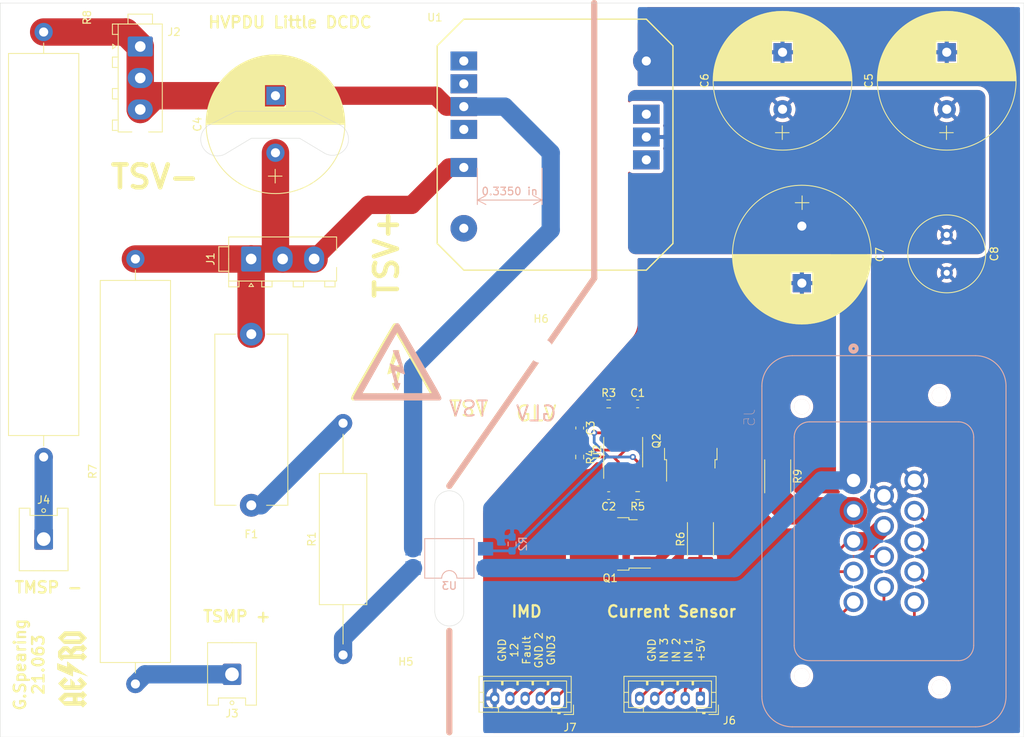
<source format=kicad_pcb>
(kicad_pcb (version 20171130) (host pcbnew 5.1.7-a382d34a8~88~ubuntu18.04.1)
  (layers (0 F.Cu signal) (31 B.Cu signal) (34 B.Paste user) (35 F.Paste user) (36 B.SilkS user) (37 F.SilkS user) (38 B.Mask user) (39 F.Mask user) (44 Edge.Cuts user))
  (net 0 "")
  (net 1 GND)
  (net 2 "Net-(C1-Pad1)")
  (net 3 /TSAL_on_HVPDU/pass)
  (net 4 VCC)
  (net 5 /TSV-)
  (net 6 /TSV+)
  (net 7 /+DCDC_OUT)
  (net 8 /TSAL_TSV+)
  (net 9 /TSV+_TSMP)
  (net 10 /TSV-_TSMP)
  (net 11 /GND_Electric)
  (net 12 /GND_Chassis)
  (net 13 GNDREF)
  (net 14 /INPUT2)
  (net 15 /INPUT1)
  (net 16 +5V)
  (net 17 /Fault_IND)
  (net 18 +12V)
  (net 19 "Net-(Q1-Pad2)")
  (net 20 "Net-(Q1-Pad1)")
  (net 21 /RED_ON_GND)
  (net 22 "Net-(R1-Pad1)")
  (net 23 "Net-(R3-Pad2)")
  (net 24 /TSAL_on_HVPDU/555_OUT)
  (net 25 /INPUT3)
  (net 26 "Net-(Q2-Pad2)")
  (module AERO_CUSTOM:AERO_Logo_10x4mm (layer F.Cu) (at 80.645 113.03 90)
    (fp_text reference G*** hide)
    (fp_text value LOGO hide)
  )
  (module AERO_Logo:hv_big (layer B.Cu) (at 123.825 78.105 180)
    (fp_text reference Ref** hide)
    (fp_text value Val** hide)
  )
  (module AERO_Logo:hv_big (layer F.Cu) (at 122.555 78.105)
    (fp_text reference Ref** hide)
    (fp_text value Val** hide)
  )
  (module Resistor_SMD:R_2512_6332Metric_Pad1.40x3.35mm_HandSolder (layer F.Cu) (at 173.355 87.63 270)
    (fp_text reference R9 (at 0 -2.62 90) (layer F.SilkS))
    (fp_text value 1.0)
    (pad 2 smd roundrect (at 3.05 0 270) (size 1.4 3.35) (layers F.Cu F.Paste F.Mask) (roundrect_rratio 0.1785707142857143) (net 21 /RED_ON_GND))
    (pad 1 smd roundrect (at -3.05 0 270) (size 1.4 3.35) (layers F.Cu F.Paste F.Mask) (roundrect_rratio 0.1785707142857143) (net 26 "Net-(Q2-Pad2)"))
  )
  (module AERO_CUSTOM:EPM1510SJ (layer F.Cu) (at 132.08 33.02)
    (fp_text reference U1 (at -3.81 -5.715) (layer F.SilkS))
    (fp_text value EPM1510SJ)
    (pad 8 thru_hole rect (at 0 0) (size 3.5 2.5) (drill 1.2) (layers *.Cu *.Mask))
    (pad 14 thru_hole custom (at 0 22) (size 3.5 3.5) (drill 1.2) (layers *.Cu *.Mask) (options (clearance outline) (anchor circle)) (primitives))
    (pad 9 thru_hole rect (at 0 3) (size 3.5 2.5) (drill 1.2) (layers *.Cu *.Mask))
    (pad 10 thru_hole rect (at 0 6) (size 3.5 2.5) (drill 1.2) (layers *.Cu *.Mask) (net 5 /TSV-))
    (pad 11 thru_hole rect (at 0 9) (size 3.5 2.5) (drill 1.2) (layers *.Cu *.Mask))
    (pad 12 thru_hole rect (at 0 14) (size 3.5 2.5) (drill 1.2) (layers *.Cu *.Mask) (net 6 /TSV+))
    (pad 7 thru_hole custom (at 24 0) (size 3.5 3.5) (drill 1.2) (layers *.Cu *.Mask) (net 1 GND) (options (clearance outline) (anchor circle)) (primitives))
    (pad 6 thru_hole rect (at 24 7) (size 3.5 2.5) (drill 1.2) (layers *.Cu *.Mask))
    (pad 5 thru_hole rect (at 24 10) (size 3.5 2.5) (drill 1.2) (layers *.Cu *.Mask) (net 7 /+DCDC_OUT))
    (pad 4 thru_hole rect (at 24 13) (size 3.5 2.5) (drill 1.2) (layers *.Cu *.Mask))
  )
  (module AERO_CUSTOM:TE_1-776262-1_14pin_Vertical (layer B.Cu) (at 187.325 96.17 270)
    (fp_text reference J5 (at -16.2708 17.6691 90) (layer B.SilkS) (effects (font (size 1.40128 1.40128) (thickness 0.05)) (justify mirror)))
    (fp_text value Conn_01x14 hide)
    (pad Hole np_thru_hole circle (at 19.2 -7.3 270) (size 2 2) (drill 2) (layers *.Cu *.Mask B.SilkS))
    (pad Hole np_thru_hole circle (at -19.2 -7.3 270) (size 2 2) (drill 2) (layers *.Cu *.Mask B.SilkS))
    (pad Hole np_thru_hole circle (at 17.7 10.8 270) (size 2 2) (drill 2) (layers *.Cu *.Mask B.SilkS))
    (pad Hole np_thru_hole circle (at -17.7 10.8 270) (size 2 2) (drill 2) (layers *.Cu *.Mask B.SilkS))
    (pad 14 thru_hole circle (at 8 -4 270) (size 2.625 2.625) (drill 1.75) (layers *.Cu *.Mask) (net 25 /INPUT3))
    (pad 13 thru_hole circle (at 4 -4 270) (size 2.625 2.625) (drill 1.75) (layers *.Cu *.Mask) (net 14 /INPUT2))
    (pad 12 thru_hole circle (at 0 -4 270) (size 2.625 2.625) (drill 1.75) (layers *.Cu *.Mask) (net 15 /INPUT1))
    (pad 11 thru_hole circle (at -4 -4 270) (size 2.625 2.625) (drill 1.75) (layers *.Cu *.Mask) (net 16 +5V))
    (pad 10 thru_hole circle (at -8 -4 270) (size 2.625 2.625) (drill 1.75) (layers *.Cu *.Mask) (net 1 GND))
    (pad 9 thru_hole circle (at 6 0 270) (size 2.625 2.625) (drill 1.75) (layers *.Cu *.Mask) (net 13 GNDREF))
    (pad 8 thru_hole circle (at 2 0 270) (size 2.625 2.625) (drill 1.75) (layers *.Cu *.Mask) (net 17 /Fault_IND))
    (pad 7 thru_hole circle (at -2 0 270) (size 2.625 2.625) (drill 1.75) (layers *.Cu *.Mask) (net 18 +12V))
    (pad 6 thru_hole circle (at -6 0 270) (size 2.625 2.625) (drill 1.75) (layers *.Cu *.Mask) (net 1 GND))
    (pad 5 thru_hole circle (at 8 4 270) (size 2.625 2.625) (drill 1.75) (layers *.Cu *.Mask) (net 11 /GND_Electric))
    (pad 4 thru_hole circle (at 4 4 270) (size 2.625 2.625) (drill 1.75) (layers *.Cu *.Mask) (net 12 /GND_Chassis))
    (pad 3 thru_hole circle (at 0 4 270) (size 2.625 2.625) (drill 1.75) (layers *.Cu *.Mask) (net 18 +12V))
    (pad 2 thru_hole circle (at -4 4 270) (size 2.625 2.625) (drill 1.75) (layers *.Cu *.Mask) (net 21 /RED_ON_GND))
    (pad 1 thru_hole rect (at -8 4 270) (size 2.625 2.625) (drill 1.75) (layers *.Cu *.Mask) (net 7 /+DCDC_OUT))
  )
  (module Package_DIP:SMDIP-4_W9.53mm (layer B.Cu) (at 130.175 98.425)
    (fp_text reference U3 (at 0 3.6) (layer B.SilkS) (effects (justify mirror)))
    (fp_text value LTV-817S)
    (pad 4 smd rect (at 4.765 1.27) (size 2 1.78) (layers B.Cu B.Paste B.Mask) (net 7 /+DCDC_OUT))
    (pad 2 smd rect (at -4.765 -1.27) (size 2 1.78) (layers B.Cu B.Paste B.Mask) (net 5 /TSV-))
    (pad 3 smd rect (at 4.765 -1.27) (size 2 1.78) (layers B.Cu B.Paste B.Mask) (net 4 VCC))
    (pad 1 smd rect (at -4.765 1.27) (size 2 1.78) (layers B.Cu B.Paste B.Mask) (net 22 "Net-(R1-Pad1)"))
  )
  (module Package_SO:SOIC-8_3.9x4.9mm_P1.27mm (layer F.Cu) (at 153.035 84.455 90)
    (fp_text reference U2 (at 0 -3.4 90) (layer F.SilkS))
    (fp_text value LM555)
    (pad 8 smd roundrect (at 2.475 -1.905 90) (size 1.95 0.6) (layers F.Cu F.Paste F.Mask) (net 4 VCC))
    (pad 7 smd roundrect (at 2.475 -0.635 90) (size 1.95 0.6) (layers F.Cu F.Paste F.Mask) (net 23 "Net-(R3-Pad2)"))
    (pad 6 smd roundrect (at 2.475 0.635 90) (size 1.95 0.6) (layers F.Cu F.Paste F.Mask) (net 3 /TSAL_on_HVPDU/pass))
    (pad 5 smd roundrect (at 2.475 1.905 90) (size 1.95 0.6) (layers F.Cu F.Paste F.Mask) (net 2 "Net-(C1-Pad1)"))
    (pad 4 smd roundrect (at -2.475 1.905 90) (size 1.95 0.6) (layers F.Cu F.Paste F.Mask) (net 4 VCC))
    (pad 3 smd roundrect (at -2.475 0.635 90) (size 1.95 0.6) (layers F.Cu F.Paste F.Mask) (net 24 /TSAL_on_HVPDU/555_OUT))
    (pad 2 smd roundrect (at -2.475 -0.635 90) (size 1.95 0.6) (layers F.Cu F.Paste F.Mask) (net 3 /TSAL_on_HVPDU/pass))
    (pad 1 smd roundrect (at -2.475 -1.905 90) (size 1.95 0.6) (layers F.Cu F.Paste F.Mask) (net 1 GND))
  )
  (module Resistor_THT:R_Axial_Power_L50.0mm_W9.0mm_P55.88mm (layer F.Cu) (at 76.835 85.09 90)
    (fp_text reference R8 (at 57.785 5.715 90) (layer F.SilkS))
    (fp_text value 10k)
    (pad 2 thru_hole oval (at 55.88 0 90) (size 2.4 2.4) (drill 1.2) (layers *.Cu *.Mask) (net 5 /TSV-))
    (pad 1 thru_hole circle (at 0 0 90) (size 2.4 2.4) (drill 1.2) (layers *.Cu *.Mask) (net 10 /TSV-_TSMP))
  )
  (module Resistor_THT:R_Axial_Power_L50.0mm_W9.0mm_P55.88mm (layer F.Cu) (at 88.9 114.935 90)
    (fp_text reference R7 (at 27.94 -5.62 90) (layer F.SilkS))
    (fp_text value 10k)
    (pad 2 thru_hole oval (at 55.88 0 90) (size 2.4 2.4) (drill 1.2) (layers *.Cu *.Mask) (net 6 /TSV+))
    (pad 1 thru_hole circle (at 0 0 90) (size 2.4 2.4) (drill 1.2) (layers *.Cu *.Mask) (net 9 /TSV+_TSMP))
  )
  (module Resistor_SMD:R_2512_6332Metric_Pad1.40x3.35mm_HandSolder (layer F.Cu) (at 163.195 95.885 90)
    (fp_text reference R6 (at 0 -2.62 90) (layer F.SilkS))
    (fp_text value 0.75)
    (pad 2 smd roundrect (at 3.05 0 90) (size 1.4 3.35) (layers F.Cu F.Paste F.Mask) (roundrect_rratio 0.1785707142857143) (net 20 "Net-(Q1-Pad1)"))
    (pad 1 smd roundrect (at -3.05 0 90) (size 1.4 3.35) (layers F.Cu F.Paste F.Mask) (roundrect_rratio 0.1785707142857143) (net 1 GND))
  )
  (module Resistor_SMD:R_0603_1608Metric_Pad0.98x0.95mm_HandSolder (layer F.Cu) (at 154.94 90.17 180)
    (fp_text reference R5 (at 0 -1.43) (layer F.SilkS))
    (fp_text value 10k)
    (pad 2 smd roundrect (at 0.9125 0 180) (size 0.975 0.95) (layers F.Cu F.Paste F.Mask) (net 24 /TSAL_on_HVPDU/555_OUT))
    (pad 1 smd roundrect (at -0.9125 0 180) (size 0.975 0.95) (layers F.Cu F.Paste F.Mask) (net 19 "Net-(Q1-Pad2)"))
  )
  (module Resistor_SMD:R_0603_1608Metric_Pad0.98x0.95mm_HandSolder (layer F.Cu) (at 147.32 85.09 270)
    (fp_text reference R4 (at 0 -1.43 90) (layer F.SilkS))
    (fp_text value 235k)
    (pad 2 smd roundrect (at 0.9125 0 270) (size 0.975 0.95) (layers F.Cu F.Paste F.Mask) (net 3 /TSAL_on_HVPDU/pass))
    (pad 1 smd roundrect (at -0.9125 0 270) (size 0.975 0.95) (layers F.Cu F.Paste F.Mask) (net 23 "Net-(R3-Pad2)"))
  )
  (module Resistor_SMD:R_0603_1608Metric_Pad0.98x0.95mm_HandSolder (layer F.Cu) (at 151.13 78.105)
    (fp_text reference R3 (at 0 -1.43) (layer F.SilkS))
    (fp_text value 100k)
    (pad 2 smd roundrect (at 0.9125 0) (size 0.975 0.95) (layers F.Cu F.Paste F.Mask) (net 23 "Net-(R3-Pad2)"))
    (pad 1 smd roundrect (at -0.9125 0) (size 0.975 0.95) (layers F.Cu F.Paste F.Mask) (net 4 VCC))
  )
  (module Resistor_SMD:R_0603_1608Metric_Pad0.98x0.95mm_HandSolder (layer B.Cu) (at 138.43 96.52 90)
    (fp_text reference R2 (at 0 1.43 90) (layer B.SilkS) (effects (justify mirror)))
    (fp_text value 10k)
    (pad 2 smd roundrect (at 0.9125 0 90) (size 0.975 0.95) (layers B.Cu B.Paste B.Mask) (net 1 GND))
    (pad 1 smd roundrect (at -0.9125 0 90) (size 0.975 0.95) (layers B.Cu B.Paste B.Mask) (net 4 VCC))
  )
  (module Resistor_THT:R_Axial_DIN0617_L17.0mm_D6.0mm_P30.48mm_Horizontal (layer F.Cu) (at 116.205 111.125 90)
    (fp_text reference R1 (at 15.24 -4.12 90) (layer F.SilkS))
    (fp_text value 39k)
    (pad 2 thru_hole oval (at 30.48 0 90) (size 2.4 2.4) (drill 1.2) (layers *.Cu *.Mask) (net 8 /TSAL_TSV+))
    (pad 1 thru_hole circle (at 0 0 90) (size 2.4 2.4) (drill 1.2) (layers *.Cu *.Mask) (net 22 "Net-(R1-Pad1)"))
  )
  (module Package_TO_SOT_SMD:TO-252-3_TabPin2 (layer F.Cu) (at 161.925 82.975 90)
    (fp_text reference Q2 (at 0 -4.5 90) (layer F.SilkS))
    (fp_text value 040N03LG)
    (pad 2 smd rect (at 2.1 0 90) (size 6.4 5.8) (layers F.Cu F.Mask) (net 26 "Net-(Q2-Pad2)"))
    (pad 3 smd rect (at -4.2 2.28 90) (size 2.2 1.2) (layers F.Cu F.Paste F.Mask) (net 20 "Net-(Q1-Pad1)"))
    (pad 2 smd rect (at -4.2 0 90) (size 2.2 1.2) (layers F.Cu F.Paste F.Mask) (net 26 "Net-(Q2-Pad2)"))
    (pad 1 smd rect (at -4.2 -2.28 90) (size 2.2 1.2) (layers F.Cu F.Paste F.Mask) (net 19 "Net-(Q1-Pad2)"))
  )
  (module Package_TO_SOT_SMD:TO-252-3_TabPin2 (layer F.Cu) (at 151.325 96.52 180)
    (fp_text reference Q1 (at 0 -4.5) (layer F.SilkS))
    (fp_text value 040N03LG)
    (pad 2 smd rect (at 2.1 0 180) (size 6.4 5.8) (layers F.Cu F.Mask) (net 19 "Net-(Q1-Pad2)"))
    (pad 3 smd rect (at -4.2 2.28 180) (size 2.2 1.2) (layers F.Cu F.Paste F.Mask) (net 1 GND))
    (pad 2 smd rect (at -4.2 0 180) (size 2.2 1.2) (layers F.Cu F.Paste F.Mask) (net 19 "Net-(Q1-Pad2)"))
    (pad 1 smd rect (at -4.2 -2.28 180) (size 2.2 1.2) (layers F.Cu F.Paste F.Mask) (net 20 "Net-(Q1-Pad1)"))
  )
  (module Connector_JST:JST_PH_B5B-PH-K_1x05_P2.00mm_Vertical (layer F.Cu) (at 144.145 116.84 180)
    (fp_text reference J7 (at -1.905 -3.81) (layer F.SilkS))
    (fp_text value Conn_01x05)
    (pad 5 thru_hole oval (at 8 0 180) (size 1.2 1.75) (drill 0.75) (layers *.Cu *.Mask) (net 1 GND))
    (pad 4 thru_hole oval (at 6 0 180) (size 1.2 1.75) (drill 0.75) (layers *.Cu *.Mask) (net 18 +12V))
    (pad 3 thru_hole oval (at 4 0 180) (size 1.2 1.75) (drill 0.75) (layers *.Cu *.Mask) (net 17 /Fault_IND))
    (pad 2 thru_hole oval (at 2 0 180) (size 1.2 1.75) (drill 0.75) (layers *.Cu *.Mask) (net 12 /GND_Chassis))
    (pad 1 thru_hole roundrect (at 0 0 180) (size 1.2 1.75) (drill 0.75) (layers *.Cu *.Mask) (roundrect_rratio 0.2083325) (net 11 /GND_Electric))
  )
  (module Connector_JST:JST_PH_B5B-PH-K_1x05_P2.00mm_Vertical (layer F.Cu) (at 163.195 116.84 180)
    (fp_text reference J6 (at -3.81 -2.9) (layer F.SilkS))
    (fp_text value Conn_01x05)
    (pad 5 thru_hole oval (at 8 0 180) (size 1.2 1.75) (drill 0.75) (layers *.Cu *.Mask) (net 13 GNDREF))
    (pad 4 thru_hole oval (at 6 0 180) (size 1.2 1.75) (drill 0.75) (layers *.Cu *.Mask) (net 25 /INPUT3))
    (pad 3 thru_hole oval (at 4 0 180) (size 1.2 1.75) (drill 0.75) (layers *.Cu *.Mask) (net 14 /INPUT2))
    (pad 2 thru_hole oval (at 2 0 180) (size 1.2 1.75) (drill 0.75) (layers *.Cu *.Mask) (net 15 /INPUT1))
    (pad 1 thru_hole roundrect (at 0 0 180) (size 1.2 1.75) (drill 0.75) (layers *.Cu *.Mask) (roundrect_rratio 0.2083325) (net 16 +5V))
  )
  (module Connector_Hirose:Hirose_DF63M-1P-3.96DSA_1x01_P3.96mm_Vertical (layer F.Cu) (at 76.835 95.885)
    (fp_text reference J4 (at 0 -5.15) (layer F.SilkS))
    (fp_text value DF22)
    (pad "" np_thru_hole circle (at -1.5 3.25) (size 1.6 1.6) (drill 1.6) (layers *.Cu *.Mask))
    (pad 1 thru_hole roundrect (at 0 0) (size 2.46 2.8) (drill 1.8) (layers *.Cu *.Mask) (roundrect_rratio 0.1016256097560976) (net 10 /TSV-_TSMP))
  )
  (module Connector_Hirose:Hirose_DF63M-1P-3.96DSA_1x01_P3.96mm_Vertical (layer F.Cu) (at 101.6 113.665 180)
    (fp_text reference J3 (at 0 -5.15) (layer F.SilkS))
    (fp_text value DF22)
    (pad "" np_thru_hole circle (at -1.5 3.25 180) (size 1.6 1.6) (drill 1.6) (layers *.Cu *.Mask))
    (pad 1 thru_hole roundrect (at 0 0 180) (size 2.46 2.8) (drill 1.8) (layers *.Cu *.Mask) (roundrect_rratio 0.1016256097560976) (net 9 /TSV+_TSMP))
  )
  (module Connector_TE-Connectivity:TE_MATE-N-LOK_1-770870-x_1x03_P4.14mm_Vertical (layer F.Cu) (at 89.535 31.115)
    (fp_text reference J2 (at 4.445 -1.905) (layer F.SilkS))
    (fp_text value TE_Connector)
    (pad "" np_thru_hole circle (at 0 12.72) (size 3.18 3.18) (drill 3.18) (layers *.Cu *.Mask))
    (pad 3 thru_hole oval (at 0 8.28) (size 3.3 2.64) (drill 1.4) (layers *.Cu *.Mask) (net 5 /TSV-))
    (pad 2 thru_hole oval (at 0 4.14) (size 3.3 2.64) (drill 1.4) (layers *.Cu *.Mask) (net 5 /TSV-))
    (pad 1 thru_hole roundrect (at 0 0) (size 3.3 2.64) (drill 1.4) (layers *.Cu *.Mask) (roundrect_rratio 0.0946969696969697) (net 5 /TSV-))
  )
  (module Connector_TE-Connectivity:TE_MATE-N-LOK_1-770870-x_1x03_P4.14mm_Vertical (layer F.Cu) (at 104.12 59.055 90)
    (fp_text reference J1 (at 0 -5.34 90) (layer F.SilkS))
    (fp_text value TE_Connector)
    (pad "" np_thru_hole circle (at 0 12.72 90) (size 3.18 3.18) (drill 3.18) (layers *.Cu *.Mask))
    (pad 3 thru_hole oval (at 0 8.28 90) (size 3.3 2.64) (drill 1.4) (layers *.Cu *.Mask) (net 6 /TSV+))
    (pad 2 thru_hole oval (at 0 4.14 90) (size 3.3 2.64) (drill 1.4) (layers *.Cu *.Mask) (net 6 /TSV+))
    (pad 1 thru_hole roundrect (at 0 0 90) (size 3.3 2.64) (drill 1.4) (layers *.Cu *.Mask) (roundrect_rratio 0.0946969696969697) (net 6 /TSV+))
  )
  (module MountingHole:MountingHole_3.2mm_M3 (layer F.Cu) (at 142.24 71.12)
    (fp_text reference H6 (at 0 -4.2) (layer F.SilkS))
    (fp_text value M3)
    (pad 1 np_thru_hole circle (at 0 0) (size 3.2 3.2) (drill 3.2) (layers *.Cu *.Mask))
  )
  (module MountingHole:MountingHole_3.2mm_M3 (layer F.Cu) (at 124.46 116.205)
    (fp_text reference H5 (at 0 -4.2) (layer F.SilkS))
    (fp_text value M3)
    (pad 1 np_thru_hole circle (at 0 0) (size 3.2 3.2) (drill 3.2) (layers *.Cu *.Mask))
  )
  (module AERO_CUSTOM:Fuseholder_Cylinder-5x20mm_Schurter_0031_8201_Horizontal_Open_3d (layer F.Cu) (at 104.14 91.44 90)
    (fp_text reference F1 (at -3.81 0) (layer F.SilkS))
    (fp_text value 0ADK-2.5A)
    (pad 1 thru_hole circle (at 0 0 90) (size 3 3) (drill 1.3) (layers *.Cu *.Mask) (net 8 /TSAL_TSV+))
    (pad 2 thru_hole circle (at 22.5 0 90) (size 3 3) (drill 1.3) (layers *.Cu *.Mask) (net 6 /TSV+))
    (pad "" np_thru_hole circle (at 11.25 0 90) (size 2.7 2.7) (drill 2.7) (layers *.Cu *.Mask))
  )
  (module Capacitor_THT:C_Radial_D10.0mm_H12.5mm_P5.00mm (layer F.Cu) (at 195.58 55.88 270)
    (fp_text reference C8 (at 2.5 -6.25 90) (layer F.SilkS))
    (fp_text value "0.1uF 50V")
    (pad 2 thru_hole circle (at 5 0 270) (size 1.6 1.6) (drill 0.8) (layers *.Cu *.Mask) (net 1 GND))
    (pad 1 thru_hole circle (at 0 0 270) (size 1.6 1.6) (drill 0.8) (layers *.Cu *.Mask) (net 7 /+DCDC_OUT))
  )
  (module AERO_CUSTOM:CAP_18x25_NICH (layer F.Cu) (at 176.53 54.73 270)
    (fp_text reference C7 (at 3.75 -10.25 90) (layer F.SilkS))
    (fp_text value "47uF 25V")
    (pad 2 thru_hole rect (at 7.5 0 270) (size 2.4 2.4) (drill 1.2) (layers *.Cu *.Mask) (net 1 GND))
    (pad 1 thru_hole circle (at 0 0 270) (size 2.4 2.4) (drill 1.2) (layers *.Cu *.Mask) (net 7 /+DCDC_OUT))
  )
  (module AERO_CUSTOM:CAP_18x25_NICH (layer F.Cu) (at 173.99 39.37 90)
    (fp_text reference C6 (at 3.75 -10.25 90) (layer F.SilkS))
    (fp_text value "330uF 25V")
    (pad 2 thru_hole rect (at 7.5 0 90) (size 2.4 2.4) (drill 1.2) (layers *.Cu *.Mask) (net 1 GND))
    (pad 1 thru_hole circle (at 0 0 90) (size 2.4 2.4) (drill 1.2) (layers *.Cu *.Mask) (net 7 /+DCDC_OUT))
  )
  (module AERO_CUSTOM:CAP_18x25_NICH (layer F.Cu) (at 195.58 39.37 90)
    (fp_text reference C5 (at 3.75 -10.25 90) (layer F.SilkS))
    (fp_text value "330uF 25V")
    (pad 2 thru_hole rect (at 7.5 0 90) (size 2.4 2.4) (drill 1.2) (layers *.Cu *.Mask) (net 1 GND))
    (pad 1 thru_hole circle (at 0 0 90) (size 2.4 2.4) (drill 1.2) (layers *.Cu *.Mask) (net 7 /+DCDC_OUT))
  )
  (module AERO_CUSTOM:CAP_18x25_NICH (layer F.Cu) (at 107.315 45.085 90)
    (fp_text reference C4 (at 3.75 -10.25 90) (layer F.SilkS))
    (fp_text value "33uF 450V")
    (pad 2 thru_hole rect (at 7.5 0 90) (size 2.4 2.4) (drill 1.2) (layers *.Cu *.Mask) (net 5 /TSV-))
    (pad 1 thru_hole circle (at 0 0 90) (size 2.4 2.4) (drill 1.2) (layers *.Cu *.Mask) (net 6 /TSV+))
  )
  (module Capacitor_SMD:C_0603_1608Metric_Pad1.08x0.95mm_HandSolder (layer F.Cu) (at 147.32 81.28 270)
    (fp_text reference C3 (at 0 -1.43 90) (layer F.SilkS))
    (fp_text value 0.1u)
    (pad 2 smd roundrect (at 0.8625 0 270) (size 1.075 0.95) (layers F.Cu F.Paste F.Mask) (net 1 GND))
    (pad 1 smd roundrect (at -0.8625 0 270) (size 1.075 0.95) (layers F.Cu F.Paste F.Mask) (net 4 VCC))
  )
  (module Capacitor_SMD:C_0603_1608Metric_Pad1.08x0.95mm_HandSolder (layer F.Cu) (at 151.13 90.17 180)
    (fp_text reference C2 (at 0 -1.43) (layer F.SilkS))
    (fp_text value 1u)
    (pad 2 smd roundrect (at 0.8625 0 180) (size 1.075 0.95) (layers F.Cu F.Paste F.Mask) (net 1 GND))
    (pad 1 smd roundrect (at -0.8625 0 180) (size 1.075 0.95) (layers F.Cu F.Paste F.Mask) (net 3 /TSAL_on_HVPDU/pass))
  )
  (module Capacitor_SMD:C_0603_1608Metric_Pad1.08x0.95mm_HandSolder (layer F.Cu) (at 154.94 78.105)
    (fp_text reference C1 (at 0 -1.43) (layer F.SilkS))
    (fp_text value 0.1u)
    (pad 2 smd roundrect (at 0.8625 0) (size 1.075 0.95) (layers F.Cu F.Paste F.Mask) (net 1 GND))
    (pad 1 smd roundrect (at -0.8625 0) (size 1.075 0.95) (layers F.Cu F.Paste F.Mask) (net 2 "Net-(C1-Pad1)"))
  )
  (gr_text "GND\nIN 3\nIN 2\nIN 1\n+5V" (at 160.02 110.49 90) (layer F.SilkS) (effects (font (size 1 1))))
  (gr_text "GND\n12\nFault\nGND 2\nGND3" (at 140.335 110.49 90) (layer F.SilkS) (effects (font (size 1 1))))
  (gr_text "Current Sensor" (at 159.385 105.41) (layer F.SilkS) (effects (font (size 1.5 1.5) (thickness 0.3))))
  (gr_text IMD (at 140.335 105.41) (layer F.SilkS) (effects (font (size 1.5 1.5) (thickness 0.3))))
  (gr_text "TMSP -" (at 77.47 102.235) (layer F.SilkS) (effects (font (size 1.5 1.5) (thickness 0.3))))
  (gr_text "TSMP +" (at 102.235 106.045) (layer F.SilkS) (effects (font (size 1.5 1.5) (thickness 0.3))))
  (gr_text "G.Spearing\n21.063" (at 74.93 112.395 90) (layer F.SilkS) (effects (font (size 1.5 1.5) (thickness 0.3))))
  (gr_text "HVPDU Little DCDC" (at 109.22 27.94) (layer F.SilkS) (effects (font (size 1.5 1.5) (thickness 0.3))))
  (gr_line (start 130.175 107.95) (end 130.175 121.285) (layer B.SilkS) (width 0.8))
  (gr_line (start 149.225 25.4) (end 149.225 61.595) (layer B.SilkS) (width 0.8))
  (gr_line (start 130.175 88.9) (end 149.225 61.595) (layer B.SilkS) (width 0.8))
  (gr_text GLV (at 141.605 79.375) (layer B.SilkS) (effects (font (size 2 2) (thickness 0.25)) (justify mirror)))
  (gr_text TSV (at 132.715 78.74) (layer B.SilkS) (effects (font (size 2 2) (thickness 0.25)) (justify mirror)))
  (gr_text GLV (at 141.605 79.375) (layer F.SilkS) (effects (font (size 2 2) (thickness 0.25))))
  (gr_text TSV (at 132.715 78.74) (layer F.SilkS) (effects (font (size 2 2) (thickness 0.25))))
  (gr_line (start 149.225 61.595) (end 149.225 25.4) (layer F.SilkS) (width 0.8))
  (gr_line (start 130.175 88.9) (end 149.225 61.595) (layer F.SilkS) (width 0.8))
  (gr_line (start 130.175 121.285) (end 130.175 107.95) (layer F.SilkS) (width 0.8))
  (gr_text TSV- (at 91.44 48.26) (layer F.SilkS) (effects (font (size 3 3) (thickness 0.6))))
  (gr_text TSV+ (at 121.92 58.42 90) (layer F.SilkS) (effects (font (size 3 3) (thickness 0.6))))
  (dimension 8.509 (width 0.12) (layer B.SilkS) (gr_text "8.509 mm" (at 138.1125 52.577999) (layer B.SilkS) (effects (font (size 1 1) (thickness 0.15)))) (feature1 (pts (xy 142.367 47.117) (xy 142.367 51.89442))) (feature2 (pts (xy 133.858 47.117) (xy 133.858 51.89442))) (crossbar (pts (xy 133.858 51.307999) (xy 142.367 51.307999))) (arrow1a (pts (xy 142.367 51.307999) (xy 141.240496 51.89442))) (arrow1b (pts (xy 142.367 51.307999) (xy 141.240496 50.721578))) (arrow2a (pts (xy 133.858 51.307999) (xy 134.984504 51.89442))) (arrow2b (pts (xy 133.858 51.307999) (xy 134.984504 50.721578))))
  (gr_line (start 102.108 39.624) (end 98.409852 41.539921) (layer Edge.Cuts) (width 0.05))
  (gr_arc (start 99.679851 43.31792) (end 98.409852 41.539921) (angle -180.4896956) (layer Edge.Cuts) (width 0.05))
  (gr_line (start 115.895489 41.494517) (end 112.268 39.624) (layer Edge.Cuts) (width 0.05))
  (gr_arc (start 114.808 43.307) (end 113.665001 45.084999) (angle -181.7714697) (layer Edge.Cuts) (width 0.05))
  (gr_line (start 102.616 39.624) (end 102.108 39.624) (layer Edge.Cuts) (width 0.05))
  (gr_line (start 112.268 39.624) (end 102.616 39.624) (layer Edge.Cuts) (width 0.05))
  (gr_line (start 110.49 43.18) (end 113.665 45.085) (layer Edge.Cuts) (width 0.05))
  (gr_line (start 104.14 43.18) (end 110.49 43.18) (layer Edge.Cuts) (width 0.05))
  (gr_line (start 100.965 45.085) (end 104.14 43.18) (layer Edge.Cuts) (width 0.05))
  (gr_arc (start 130.175 91.44) (end 132.08 91.44) (angle -180) (layer Edge.Cuts) (width 0.05))
  (gr_arc (start 130.175 105.41) (end 128.27 105.41) (angle -180) (layer Edge.Cuts) (width 0.05))
  (gr_line (start 132.08 91.44) (end 132.08 105.41) (layer Edge.Cuts) (width 0.05))
  (gr_line (start 128.27 105.41) (end 128.27 91.44) (layer Edge.Cuts) (width 0.05))
  (gr_line (start 71.12 25.4) (end 205.74 25.4) (layer Edge.Cuts) (width 0.05))
  (gr_line (start 71.12 121.92) (end 71.12 25.4) (layer Edge.Cuts) (width 0.05))
  (gr_line (start 205.74 121.92) (end 71.12 121.92) (layer Edge.Cuts) (width 0.05))
  (gr_line (start 205.74 25.4) (end 205.74 121.92) (layer Edge.Cuts) (width 0.05))
  (segment (start 154.0775 78.105) (end 154.0775 79.1475) (width 0.36) (layer F.Cu) (net 2))
  (segment (start 154.94 80.01) (end 154.94 81.98) (width 0.36) (layer F.Cu) (net 2))
  (segment (start 154.0775 79.1475) (end 154.94 80.01) (width 0.36) (layer F.Cu) (net 2))
  (segment (start 147.32 86.0025) (end 148.3125 86.0025) (width 0.36) (layer F.Cu) (net 3))
  (segment (start 148.3125 86.0025) (end 149.225 85.09) (width 0.36) (layer F.Cu) (net 3))
  (segment (start 149.225 85.09) (end 151.765 85.09) (width 0.36) (layer F.Cu) (net 3))
  (segment (start 152.4 85.725) (end 152.4 86.93) (width 0.36) (layer F.Cu) (net 3))
  (segment (start 151.765 85.09) (end 152.4 85.725) (width 0.36) (layer F.Cu) (net 3))
  (segment (start 151.765 85.09) (end 152.4 85.09) (width 0.36) (layer F.Cu) (net 3))
  (segment (start 153.67 83.82) (end 153.67 81.98) (width 0.36) (layer F.Cu) (net 3))
  (segment (start 152.4 85.09) (end 153.67 83.82) (width 0.36) (layer F.Cu) (net 3))
  (segment (start 152.4 89.7625) (end 151.9925 90.17) (width 0.36) (layer F.Cu) (net 3))
  (segment (start 152.4 86.93) (end 152.4 89.7625) (width 0.36) (layer F.Cu) (net 3))
  (segment (start 154.94 86.93) (end 154.94 85.725) (width 0.36) (layer F.Cu) (net 4))
  (via (at 154.305 85.09) (size 0.8) (drill 0.4) (layers F.Cu B.Cu) (net 4))
  (segment (start 154.94 85.725) (end 154.305 85.09) (width 0.36) (layer F.Cu) (net 4))
  (segment (start 154.305 85.09) (end 151.13 85.09) (width 0.36) (layer B.Cu) (net 4))
  (segment (start 151.13 85.09) (end 149.86 83.82) (width 0.36) (layer B.Cu) (net 4))
  (via (at 149.225 81.915) (size 0.8) (drill 0.4) (layers F.Cu B.Cu) (net 4))
  (segment (start 149.86 83.82) (end 149.225 83.185) (width 0.36) (layer B.Cu) (net 4))
  (segment (start 149.225 83.185) (end 149.225 81.915) (width 0.36) (layer B.Cu) (net 4))
  (segment (start 151.065 81.915) (end 151.13 81.98) (width 0.36) (layer F.Cu) (net 4))
  (segment (start 149.225 81.915) (end 151.065 81.915) (width 0.36) (layer F.Cu) (net 4))
  (segment (start 147.32 80.4175) (end 148.8175 80.4175) (width 0.36) (layer F.Cu) (net 4))
  (segment (start 150.2175 79.0175) (end 150.2175 78.105) (width 0.36) (layer F.Cu) (net 4))
  (segment (start 148.8175 80.4175) (end 150.2175 79.0175) (width 0.36) (layer F.Cu) (net 4))
  (segment (start 149.5675 80.4175) (end 151.13 81.98) (width 0.36) (layer F.Cu) (net 4))
  (segment (start 148.8175 80.4175) (end 149.5675 80.4175) (width 0.36) (layer F.Cu) (net 4))
  (segment (start 150.7725 85.09) (end 138.43 97.4325) (width 0.36) (layer B.Cu) (net 4))
  (segment (start 151.13 85.09) (end 150.7725 85.09) (width 0.36) (layer B.Cu) (net 4))
  (segment (start 135.2175 97.4325) (end 134.94 97.155) (width 0.36) (layer B.Cu) (net 4))
  (segment (start 138.43 97.4325) (end 135.2175 97.4325) (width 0.36) (layer B.Cu) (net 4))
  (segment (start 89.535 31.115) (end 89.535 39.395) (width 3.6) (layer F.Cu) (net 5))
  (segment (start 87.63 29.21) (end 89.535 31.115) (width 3.6) (layer F.Cu) (net 5))
  (segment (start 76.835 29.21) (end 87.63 29.21) (width 3.6) (layer F.Cu) (net 5))
  (segment (start 91.345 37.585) (end 89.535 39.395) (width 3.6) (layer F.Cu) (net 5))
  (segment (start 107.315 37.585) (end 91.345 37.585) (width 3.6) (layer F.Cu) (net 5))
  (segment (start 132.08 39.02) (end 129.825 39.02) (width 2.4) (layer F.Cu) (net 5))
  (segment (start 128.39 37.585) (end 107.315 37.585) (width 2.4) (layer F.Cu) (net 5))
  (segment (start 129.825 39.02) (end 128.39 37.585) (width 2.4) (layer F.Cu) (net 5))
  (segment (start 132.08 39.02) (end 137.445 39.02) (width 2.4) (layer B.Cu) (net 5))
  (segment (start 137.445 39.02) (end 143.51 45.085) (width 2.4) (layer B.Cu) (net 5))
  (segment (start 143.51 45.085) (end 143.51 55.245) (width 2.4) (layer B.Cu) (net 5))
  (segment (start 125.41 73.345) (end 125.41 97.094991) (width 2.4) (layer B.Cu) (net 5))
  (segment (start 143.51 55.245) (end 125.41 73.345) (width 2.4) (layer B.Cu) (net 5))
  (segment (start 104.115 59.055) (end 112.395 59.055) (width 3.6) (layer F.Cu) (net 6))
  (segment (start 104.115 68.915) (end 104.14 68.94) (width 3.6) (layer F.Cu) (net 6))
  (segment (start 104.115 59.055) (end 104.115 68.915) (width 3.6) (layer F.Cu) (net 6))
  (segment (start 88.9 59.055) (end 104.12 59.055) (width 3.6) (layer F.Cu) (net 6))
  (segment (start 107.315 58.11) (end 108.26 59.055) (width 3.6) (layer F.Cu) (net 6))
  (segment (start 107.315 45.085) (end 107.315 58.11) (width 3.6) (layer F.Cu) (net 6))
  (segment (start 132.08 47.02) (end 130.145 47.02) (width 2.4) (layer F.Cu) (net 6))
  (segment (start 130.145 47.02) (end 125.222 51.943) (width 2.4) (layer F.Cu) (net 6))
  (segment (start 119.512 51.943) (end 112.4 59.055) (width 2.4) (layer F.Cu) (net 6))
  (segment (start 125.222 51.943) (end 119.512 51.943) (width 2.4) (layer F.Cu) (net 6))
  (segment (start 176.53 54.73) (end 179.19 54.73) (width 3.6) (layer F.Cu) (net 7))
  (segment (start 179.19 54.73) (end 183.325 58.865) (width 3.6) (layer F.Cu) (net 7))
  (segment (start 176.53 54.73) (end 179.19 54.73) (width 3.6) (layer B.Cu) (net 7))
  (segment (start 179.19 54.73) (end 183.325 58.865) (width 3.6) (layer B.Cu) (net 7))
  (segment (start 183.325 58.865) (end 183.325 88.17) (width 3.6) (layer B.Cu) (net 7))
  (segment (start 183.325 88.17) (end 179.165 88.17) (width 2.4) (layer B.Cu) (net 7))
  (segment (start 167.64 99.695) (end 134.94 99.695) (width 2.4) (layer B.Cu) (net 7))
  (segment (start 179.165 88.17) (end 167.64 99.695) (width 2.4) (layer B.Cu) (net 7))
  (segment (start 183.325 58.865) (end 183.325 88.17) (width 3.6) (layer F.Cu) (net 7))
  (segment (start 105.41 91.44) (end 116.205 80.645) (width 2.4) (layer B.Cu) (net 8))
  (segment (start 104.14 91.44) (end 105.41 91.44) (width 2.4) (layer B.Cu) (net 8))
  (segment (start 90.17 113.665) (end 88.9 114.935) (width 2.4) (layer B.Cu) (net 9))
  (segment (start 101.6 113.665) (end 90.17 113.665) (width 2.4) (layer B.Cu) (net 9))
  (segment (start 76.835 95.885) (end 76.835 85.09) (width 2.4) (layer B.Cu) (net 10))
  (segment (start 144.145 116.84) (end 152.4 108.585) (width 0.36) (layer F.Cu) (net 11))
  (segment (start 178.91 108.585) (end 183.325 104.17) (width 0.36) (layer F.Cu) (net 11))
  (segment (start 152.4 108.585) (end 178.91 108.585) (width 0.36) (layer F.Cu) (net 11))
  (segment (start 142.145 116.84) (end 151.035 107.95) (width 0.36) (layer F.Cu) (net 12))
  (segment (start 151.035 107.95) (end 172.72 107.95) (width 0.36) (layer F.Cu) (net 12))
  (segment (start 180.5 100.17) (end 183.325 100.17) (width 0.36) (layer F.Cu) (net 12))
  (segment (start 172.72 107.95) (end 180.5 100.17) (width 0.36) (layer F.Cu) (net 12))
  (segment (start 155.195 116.84) (end 162.815 109.22) (width 0.36) (layer F.Cu) (net 13))
  (segment (start 162.815 109.22) (end 183.515 109.22) (width 0.36) (layer F.Cu) (net 13))
  (segment (start 187.325 105.41) (end 187.325 102.17) (width 0.36) (layer F.Cu) (net 13))
  (segment (start 183.515 109.22) (end 187.325 105.41) (width 0.36) (layer F.Cu) (net 13))
  (segment (start 159.195 116.565) (end 165.27 110.49) (width 0.36) (layer F.Cu) (net 14))
  (segment (start 159.195 116.84) (end 159.195 116.565) (width 0.36) (layer F.Cu) (net 14))
  (segment (start 165.27 110.49) (end 191.135 110.49) (width 0.36) (layer F.Cu) (net 14))
  (segment (start 191.135 110.49) (end 194.31 107.315) (width 0.36) (layer F.Cu) (net 14))
  (segment (start 194.31 103.155) (end 191.325 100.17) (width 0.36) (layer F.Cu) (net 14))
  (segment (start 194.31 107.315) (end 194.31 103.155) (width 0.36) (layer F.Cu) (net 14))
  (segment (start 161.195 115.605) (end 165.675 111.125) (width 0.36) (layer F.Cu) (net 15))
  (segment (start 161.195 116.84) (end 161.195 115.605) (width 0.36) (layer F.Cu) (net 15))
  (segment (start 194.87001 99.71501) (end 191.325 96.17) (width 0.36) (layer F.Cu) (net 15))
  (segment (start 194.87001 107.546963) (end 194.87001 99.71501) (width 0.36) (layer F.Cu) (net 15))
  (segment (start 165.675 111.125) (end 191.291973 111.125) (width 0.36) (layer F.Cu) (net 15))
  (segment (start 191.291973 111.125) (end 194.87001 107.546963) (width 0.36) (layer F.Cu) (net 15))
  (segment (start 163.195 116.84) (end 163.195 115.57) (width 0.36) (layer F.Cu) (net 16))
  (segment (start 163.195 115.57) (end 167.005 111.76) (width 0.36) (layer F.Cu) (net 16))
  (segment (start 195.43002 96.27502) (end 191.325 92.17) (width 0.36) (layer F.Cu) (net 16))
  (segment (start 195.43002 107.778926) (end 195.43002 96.27502) (width 0.36) (layer F.Cu) (net 16))
  (segment (start 167.005 111.76) (end 191.448946 111.76) (width 0.36) (layer F.Cu) (net 16))
  (segment (start 191.448946 111.76) (end 195.43002 107.778926) (width 0.36) (layer F.Cu) (net 16))
  (segment (start 140.145 116.84) (end 149.67 107.315) (width 0.36) (layer F.Cu) (net 17))
  (segment (start 181.708028 98.17) (end 187.325 98.17) (width 0.36) (layer F.Cu) (net 17))
  (segment (start 149.67 107.315) (end 172.563028 107.315) (width 0.36) (layer F.Cu) (net 17))
  (segment (start 172.563028 107.315) (end 181.708028 98.17) (width 0.36) (layer F.Cu) (net 17))
  (segment (start 182.595 96.17) (end 183.325 96.17) (width 0.36) (layer F.Cu) (net 18))
  (segment (start 172.085 106.68) (end 182.595 96.17) (width 0.36) (layer F.Cu) (net 18))
  (segment (start 138.145 116.84) (end 148.305 106.68) (width 0.36) (layer F.Cu) (net 18))
  (segment (start 148.305 106.68) (end 172.085 106.68) (width 0.36) (layer F.Cu) (net 18))
  (segment (start 185.325 96.17) (end 187.325 94.17) (width 2.4) (layer F.Cu) (net 18))
  (segment (start 183.325 96.17) (end 185.325 96.17) (width 2.4) (layer F.Cu) (net 18))
  (segment (start 159.645 94.7) (end 159.645 87.175) (width 1.2) (layer F.Cu) (net 19))
  (segment (start 155.525 96.52) (end 157.825 96.52) (width 1.2) (layer F.Cu) (net 19))
  (segment (start 157.825 96.52) (end 159.645 94.7) (width 1.2) (layer F.Cu) (net 19))
  (segment (start 155.8525 90.17) (end 155.8525 89.8925) (width 1.2) (layer F.Cu) (net 19))
  (segment (start 158.57 87.175) (end 159.645 87.175) (width 1.2) (layer F.Cu) (net 19))
  (segment (start 155.8525 89.8925) (end 158.57 87.175) (width 1.2) (layer F.Cu) (net 19))
  (segment (start 155.525 96.52) (end 149.225 96.52) (width 1.2) (layer F.Cu) (net 19))
  (segment (start 163.195 93.129912) (end 163.195 92.835) (width 1.2) (layer F.Cu) (net 20))
  (segment (start 155.525 98.8) (end 157.524912 98.8) (width 1.2) (layer F.Cu) (net 20))
  (segment (start 157.524912 98.8) (end 163.195 93.129912) (width 1.2) (layer F.Cu) (net 20))
  (segment (start 163.195 92.835) (end 163.195 90.805) (width 1.2) (layer F.Cu) (net 20))
  (segment (start 164.205 89.795) (end 164.205 87.175) (width 1.2) (layer F.Cu) (net 20))
  (segment (start 163.195 90.805) (end 164.205 89.795) (width 1.2) (layer F.Cu) (net 20))
  (segment (start 174.845 92.17) (end 173.355 90.68) (width 3.6) (layer F.Cu) (net 21))
  (segment (start 183.325 92.17) (end 174.845 92.17) (width 3.6) (layer F.Cu) (net 21))
  (segment (start 116.205 108.9) (end 125.41 99.695) (width 2.4) (layer B.Cu) (net 22))
  (segment (start 116.205 111.125) (end 116.205 108.9) (width 2.4) (layer B.Cu) (net 22))
  (segment (start 152.0425 78.105) (end 152.0425 79.6525) (width 0.36) (layer F.Cu) (net 23))
  (segment (start 152.4 80.01) (end 152.4 81.98) (width 0.36) (layer F.Cu) (net 23))
  (segment (start 152.0425 79.6525) (end 152.4 80.01) (width 0.36) (layer F.Cu) (net 23))
  (segment (start 147.32 84.1775) (end 152.0425 84.1775) (width 0.36) (layer F.Cu) (net 23))
  (segment (start 152.4 83.82) (end 152.4 81.98) (width 0.36) (layer F.Cu) (net 23))
  (segment (start 152.0425 84.1775) (end 152.4 83.82) (width 0.36) (layer F.Cu) (net 23))
  (segment (start 153.67 86.93) (end 153.67 88.265) (width 0.36) (layer F.Cu) (net 24))
  (segment (start 154.0275 88.6225) (end 154.0275 90.17) (width 0.36) (layer F.Cu) (net 24))
  (segment (start 153.67 88.265) (end 154.0275 88.6225) (width 0.36) (layer F.Cu) (net 24))
  (segment (start 157.195 116.84) (end 164.18 109.855) (width 0.36) (layer F.Cu) (net 25))
  (segment (start 164.18 109.855) (end 188.595 109.855) (width 0.36) (layer F.Cu) (net 25))
  (segment (start 191.325 107.125) (end 191.325 104.17) (width 0.36) (layer F.Cu) (net 25))
  (segment (start 188.595 109.855) (end 191.325 107.125) (width 0.36) (layer F.Cu) (net 25))
  (segment (start 161.925 80.875) (end 161.925 87.175) (width 1.2) (layer F.Cu) (net 26))
  (segment (start 169.65 80.875) (end 173.355 84.58) (width 3.6) (layer F.Cu) (net 26))
  (segment (start 161.925 80.875) (end 169.65 80.875) (width 3.6) (layer F.Cu) (net 26))
  (zone (net 7) (net_name /+DCDC_OUT) (layer F.Cu) (priority 1) (connect_pads (clearance 0.508)) (min_thickness 0.36) (fill yes (arc_segments 32) (thermal_gap 0.508) (thermal_bridge_width 0.508) (smoothing fillet) (radius 1))
    (polygon (pts (xy 200.66 58.42) (xy 153.67 58.42) (xy 153.67 36.83) (xy 200.66 36.83)))
  )
  (zone (net 7) (net_name /+DCDC_OUT) (layer B.Cu) (priority 1) (connect_pads (clearance 0.508)) (min_thickness 0.5) (fill yes (arc_segments 32) (thermal_gap 0.508) (thermal_bridge_width 0.508) (smoothing fillet) (radius 1))
    (polygon (pts (xy 200.66 58.42) (xy 153.67 58.42) (xy 153.67 36.83) (xy 200.66 36.83)))
  )
  (zone (net 1) (net_name GND) (layer B.Cu) (connect_pads (clearance 0.508)) (min_thickness 0.36) (fill yes (arc_segments 32) (thermal_gap 0.508) (thermal_bridge_width 0.508) (smoothing fillet) (radius 1))
    (polygon (pts (xy 205.74 121.92) (xy 134.62 121.92) (xy 134.62 91.44) (xy 154.94 68.58) (xy 154.94 25.4) (xy 205.74 25.4)))
  )
  (zone (net 1) (net_name GND) (layer F.Cu) (connect_pads (clearance 0.508)) (min_thickness 0.36) (fill yes (arc_segments 32) (thermal_gap 0.508) (thermal_bridge_width 0.508) (smoothing fillet) (radius 3))
    (polygon (pts (xy 205.74 121.92) (xy 134.62 121.92) (xy 134.62 91.44) (xy 154.94 68.58) (xy 154.94 25.4) (xy 205.74 25.4)))
  )
)
</source>
